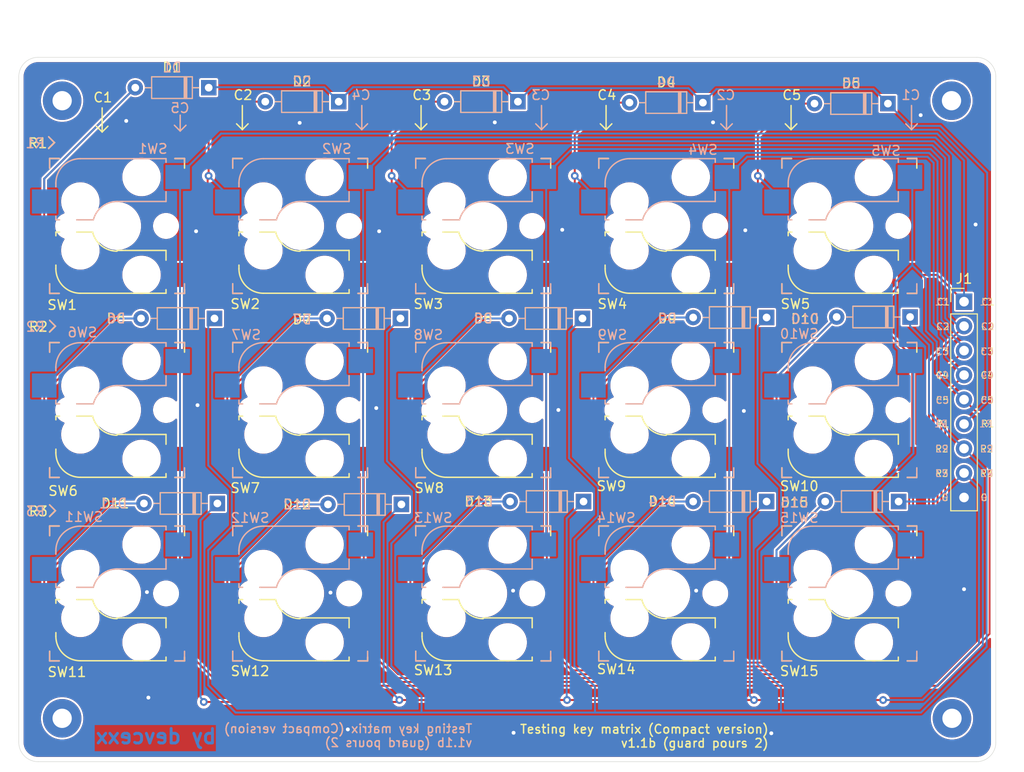
<source format=kicad_pcb>
(kicad_pcb (version 20241229) (generator "pcbnew") (generator_version "9.0")
  (layers (0 "F.Cu" signal) (2 "B.Cu" signal) (13 "F.Paste" user) (15 "B.Paste" user) (5 "F.SilkS" user "F.Silkscreen") (7 "B.SilkS" user "B.Silkscreen") (1 "F.Mask" user) (3 "B.Mask" user) (25 "Edge.Cuts" user))
  (net 0 "")
  (net 1 "Net-(D1-A)")
  (net 2 "row1")
  (net 3 "Net-(D2-A)")
  (net 4 "Net-(D3-A)")
  (net 5 "Net-(D4-A)")
  (net 6 "Net-(D5-A)")
  (net 7 "row2")
  (net 8 "Net-(D6-A)")
  (net 9 "Net-(D7-A)")
  (net 10 "Net-(D8-A)")
  (net 11 "Net-(D9-A)")
  (net 12 "Net-(D10-A)")
  (net 13 "Net-(D11-A)")
  (net 14 "row3")
  (net 15 "Net-(D12-A)")
  (net 16 "Net-(D13-A)")
  (net 17 "Net-(D14-A)")
  (net 18 "Net-(D15-A)")
  (net 19 "col3")
  (net 20 "col5")
  (net 21 "col1")
  (net 22 "col2")
  (net 23 "col4")
  (net 24 "GND")
  (footprint "TestingSplitKb:D_DO-35_SOD27_P7.62mm_Horizontal_BothSides" (layer "F.Cu") (at 170 37.3 180)
    (property "Reference" "D5")
    (property "Value" "1N4148")
  )
  (footprint "" (layer "F.Cu") (at 84.3 101.1 90)
    (property "Reference" "")
    (property "Value" "")
  )
  (footprint "TestingSplitKb:Kailh_socket_MX_reversible" (layer "F.Cu") (at 90 88.14)
    (property "Reference" "SW11")
    (property "Value" "SW_Push_Dual")
  )
  (footprint "TestingSplitKb:Kailh_socket_MX_reversible" (layer "F.Cu") (at 166 88.14)
    (property "Reference" "SW15")
    (property "Value" "SW_Push_Dual")
  )
  (footprint "TestingSplitKb:Kailh_socket_MX_reversible" (layer "F.Cu") (at 90 50)
    (property "Reference" "SW1")
    (property "Value" "SW_Push_Dual")
  )
  (footprint "TestingSplitKb:Kailh_socket_MX_reversible" (layer "F.Cu") (at 166 50)
    (property "Reference" "SW5")
    (property "Value" "SW_Push_Dual")
  )
  (footprint "TestingSplitKb:Kailh_socket_MX_reversible" (layer "F.Cu") (at 109 50)
    (property "Reference" "SW2")
    (property "Value" "SW_Push_Dual")
  )
  (footprint "TestingSplitKb:D_DO-35_SOD27_P7.62mm_Horizontal_BothSides" (layer "F.Cu") (at 100.11 59.6 180)
    (property "Reference" "D6")
    (property "Value" "1N4148")
  )
  (footprint "TestingSplitKb:D_DO-35_SOD27_P7.62mm_Horizontal_BothSides" (layer "F.Cu") (at 119.41 59.6 180)
    (property "Reference" "D7")
    (property "Value" "1N4148")
  )
  (footprint "TestingSplitKb:D_DO-35_SOD27_P7.62mm_Horizontal_BothSides" (layer "F.Cu") (at 157.41 78.6 180)
    (property "Reference" "D14")
    (property "Value" "1N4148")
  )
  (footprint "TestingSplitKb:Kailh_socket_MX_reversible" (layer "F.Cu") (at 147 69.1)
    (property "Reference" "SW9")
    (property "Value" "SW_Push_Dual")
  )
  (footprint "TestingSplitKb:Kailh_socket_MX_reversible" (layer "F.Cu") (at 147 88.14)
    (property "Reference" "SW14")
    (property "Value" "SW_Push_Dual")
  )
  (footprint "TestingSplitKb:D_DO-35_SOD27_P7.62mm_Horizontal_BothSides" (layer "F.Cu") (at 150.8 37.2 180)
    (property "Reference" "D4")
    (property "Value" "1N4148")
  )
  (footprint "TestingSplitKb:D_DO-35_SOD27_P7.62mm_Horizontal_BothSides" (layer "F.Cu") (at 138.3 59.6 180)
    (property "Reference" "D8")
    (property "Value" "1N4148")
  )
  (footprint "TestingSplitKb:Kailh_socket_MX_reversible" (layer "F.Cu") (at 147 50)
    (property "Reference" "SW4")
    (property "Value" "SW_Push_Dual")
  )
  (footprint "TestingSplitKb:Kailh_socket_MX_reversible" (layer "F.Cu") (at 90 69.1)
    (property "Reference" "SW6")
    (property "Value" "SW_Push_Dual")
  )
  (footprint "TestingSplitKb:D_DO-35_SOD27_P7.62mm_Horizontal_BothSides" (layer "F.Cu") (at 157.41 59.5 180)
    (property "Reference" "D9")
    (property "Value" "1N4148")
  )
  (footprint "TestingSplitKb:Kailh_socket_MX_reversible" (layer "F.Cu") (at 128 69.1)
    (property "Reference" "SW8")
    (property "Value" "SW_Push_Dual")
  )
  (footprint "TestingSplitKb:Kailh_socket_MX_reversible" (layer "F.Cu") (at 109 69.1)
    (property "Reference" "SW7")
    (property "Value" "SW_Push_Dual")
  )
  (footprint "" (layer "F.Cu") (at 176.6 37)
    (property "Reference" "")
    (property "Value" "")
  )
  (footprint "TestingSplitKb:Kailh_socket_MX_reversible" (layer "F.Cu") (at 166 69.1)
    (property "Reference" "SW10")
    (property "Value" "SW_Push_Dual")
  )
  (footprint "" (layer "F.Cu") (at 176.65 101.1 180)
    (property "Reference" "")
    (property "Value" "")
  )
  (footprint "TestingSplitKb:D_DO-35_SOD27_P7.62mm_Horizontal_BothSides" (layer "F.Cu") (at 131.6 37.1 180)
    (property "Reference" "D3")
    (property "Value" "1N4148")
  )
  (footprint "TestingSplitKb:D_DO-35_SOD27_P7.62mm_Horizontal_BothSides" (layer "F.Cu") (at 119.51 78.9 180)
    (property "Reference" "D12")
    (property "Value" "1N4148")
  )
  (footprint "" (layer "F.Cu") (at 84.3 37 90)
    (property "Reference" "")
    (property "Value" "")
  )
  (footprint "Connector_PinHeader_2.54mm:PinHeader_1x09_P2.54mm_Vertical" (layer "F.Cu") (at 177.9 57.86)
    (property "Reference" "J1")
    (property "Value" "Conn_01x09_Pin")
  )
  (footprint "TestingSplitKb:Kailh_socket_MX_reversible" (layer "F.Cu") (at 128 88.14)
    (property "Reference" "SW13")
    (property "Value" "SW_Push_Dual")
  )
  (footprint "TestingSplitKb:D_DO-35_SOD27_P7.62mm_Horizontal_BothSides" (layer "F.Cu") (at 100.41 78.8 180)
    (property "Reference" "D11")
    (property "Value" "1N4148")
  )
  (footprint "TestingSplitKb:D_DO-35_SOD27_P7.62mm_Horizontal_BothSides" (layer "F.Cu") (at 99.51 35.65 180)
    (property "Reference" "D1")
    (property "Value" "1N4148")
  )
  (footprint "TestingSplitKb:D_DO-35_SOD27_P7.62mm_Horizontal_BothSides" (layer "F.Cu") (at 171.11 78.6 180)
    (property "Reference" "D15")
    (property "Value" "1N4148")
  )
  (footprint "TestingSplitKb:Kailh_socket_MX_reversible" (layer "F.Cu") (at 109 88.14)
    (property "Reference" "SW12")
    (property "Value" "SW_Push_Dual")
  )
  (footprint "TestingSplitKb:D_DO-35_SOD27_P7.62mm_Horizontal_BothSides" (layer "F.Cu") (at 138.41 78.6 180)
    (property "Reference" "D13")
    (property "Value" "1N4148")
  )
  (footprint "TestingSplitKb:D_DO-35_SOD27_P7.62mm_Horizontal_BothSides" (layer "F.Cu") (at 113 37.1 180)
    (property "Reference" "D2")
    (property "Value" "1N4148")
  )
  (footprint "TestingSplitKb:D_DO-35_SOD27_P7.62mm_Horizontal_BothSides" (layer "F.Cu") (at 172.3 59.45 180)
    (property "Reference" "D10")
    (property "Value" "1N4148")
  )
  (footprint "TestingSplitKb:Kailh_socket_MX_reversible" (layer "F.Cu") (at 128 50)
    (property "Reference" "SW3")
    (property "Value" "SW_Push_Dual")
  )
  (gr_line (start 140.75 37.5) (end 140.75 40) (stroke (width 0.15)) (layer "F.SilkS"))
  (gr_line (start 88.45 37.75) (end 88.45 40.25) (stroke (width 0.15)) (layer "F.SilkS"))
  (gr_line (start 140.75 40) (end 141.35 39.4) (stroke (width 0.15)) (layer "F.SilkS"))
  (gr_line (start 140.75 40) (end 140.15 39.4) (stroke (width 0.15)) (layer "F.SilkS"))
  (gr_line (start 120.95 39.4) (end 121.55 40) (stroke (width 0.15)) (layer "F.SilkS"))
  (gr_line (start 82.9 41.95) (end 83.5 41.35) (stroke (width 0.15)) (layer "F.SilkS"))
  (gr_line (start 83 80.15) (end 83.6 79.55) (stroke (width 0.15)) (layer "F.SilkS"))
  (gr_line (start 82.9 41.95) (end 83.5 41.35) (stroke (width 0.15)) (layer "F.SilkS"))
  (gr_line (start 83.5 41.35) (end 82.9 41.95) (stroke (width 0.15)) (layer "F.SilkS"))
  (gr_line (start 83 61) (end 83.6 60.4) (stroke (width 0.15)) (layer "F.SilkS"))
  (gr_line (start 121.55 40) (end 122.15 39.4) (stroke (width 0.15)) (layer "F.SilkS"))
  (gr_line (start 88.45 40.25) (end 89.05 39.65) (stroke (width 0.15)) (layer "F.SilkS"))
  (gr_line (start 83.6 79.55) (end 83 80.15) (stroke (width 0.15)) (layer "F.SilkS"))
  (gr_line (start 83.6 79.55) (end 83 78.95) (stroke (width 0.15)) (layer "F.SilkS"))
  (gr_line (start 83.5 41.35) (end 82.9 40.75) (stroke (width 0.15)) (layer "F.SilkS"))
  (gr_line (start 83.5 41.35) (end 82.9 41.95) (stroke (width 0.15)) (layer "F.SilkS"))
  (gr_line (start 83.6 60.4) (end 83 59.8) (stroke (width 0.15)) (layer "F.SilkS"))
  (gr_line (start 83.6 60.4) (end 83 61) (stroke (width 0.15)) (layer "F.SilkS"))
  (gr_line (start 87.85 39.65) (end 88.45 40.25) (stroke (width 0.15)) (layer "F.SilkS"))
  (gr_line (start 83.6 60.4) (end 83 61) (stroke (width 0.15)) (layer "F.SilkS"))
  (gr_line (start 83.5 41.35) (end 82.9 41.95) (stroke (width 0.15)) (layer "F.SilkS"))
  (gr_line (start 159.35 39.4) (end 159.95 40) (stroke (width 0.15)) (layer "F.SilkS"))
  (gr_line (start 103 40) (end 103.6 39.4) (stroke (width 0.15)) (layer "F.SilkS"))
  (gr_line (start 83.6 79.55) (end 83 80.15) (stroke (width 0.15)) (layer "F.SilkS"))
  (gr_line (start 159.95 40) (end 160.55 39.4) (stroke (width 0.15)) (layer "F.SilkS"))
  (gr_line (start 102.4 39.4) (end 103 40) (stroke (width 0.15)) (layer "F.SilkS"))
  (gr_line (start 159.95 37.5) (end 159.95 40) (stroke (width 0.15)) (layer "F.SilkS"))
  (gr_line (start 103 37.5) (end 103 40) (stroke (width 0.15)) (layer "F.SilkS"))
  (gr_line (start 121.55 37.5) (end 121.55 40) (stroke (width 0.15)) (layer "F.SilkS"))
  (gr_line (start 172.45 37.5) (end 172.45 40) (stroke (width 0.15)) (layer "B.SilkS"))
  (gr_line (start 115.4 40) (end 116 39.4) (stroke (width 0.15)) (layer "B.SilkS"))
  (gr_line (start 152.65 39.4) (end 153.25 40) (stroke (width 0.15)) (layer "B.SilkS"))
  (gr_line (start 114.8 39.4) (end 115.4 40) (stroke (width 0.15)) (layer "B.SilkS"))
  (gr_line (start 83.6 60.4) (end 83 61) (stroke (width 0.15)) (layer "B.SilkS"))
  (gr_line (start 115.4 37.5) (end 115.4 40) (stroke (width 0.15)) (layer "B.SilkS"))
  (gr_line (start 83.6 60.4) (end 83 59.8) (stroke (width 0.15)) (layer "B.SilkS"))
  (gr_line (start 83.6 79.55) (end 83 78.95) (stroke (width 0.15)) (layer "B.SilkS"))
  (gr_line (start 153.25 37.5) (end 153.25 40) (stroke (width 0.15)) (layer "B.SilkS"))
  (gr_line (start 134.05 37.5) (end 134.05 40) (stroke (width 0.15)) (layer "B.SilkS"))
  (gr_line (start 96.55 40.15) (end 97.15 39.55) (stroke (width 0.15)) (layer "B.SilkS"))
  (gr_line (start 83.5 41.35) (end 82.9 40.75) (stroke (width 0.15)) (layer "B.SilkS"))
  (gr_line (start 96.55 38.5) (end 96.55 40.1) (stroke (width 0.15)) (layer "B.SilkS"))
  (gr_line (start 95.95 39.55) (end 96.55 40.15) (stroke (width 0.15)) (layer "B.SilkS"))
  (gr_line (start 172.45 40) (end 173.05 39.4) (stroke (width 0.15)) (layer "B.SilkS"))
  (gr_line (start 83.6 79.55) (end 83 80.15) (stroke (width 0.15)) (layer "B.SilkS"))
  (gr_line (start 83.5 41.35) (end 82.9 41.95) (stroke (width 0.15)) (layer "B.SilkS"))
  (gr_line (start 133.45 39.4) (end 134.05 40) (stroke (width 0.15)) (layer "B.SilkS"))
  (gr_line (start 171.85 39.4) (end 172.45 40) (stroke (width 0.15)) (layer "B.SilkS"))
  (gr_line (start 153.25 40) (end 153.85 39.4) (stroke (width 0.15)) (layer "B.SilkS"))
  (gr_line (start 134.05 40) (end 134.65 39.4) (stroke (width 0.15)) (layer "B.SilkS"))
  (gr_line (start 79.8 34.5) (end 79.800001 103.6) (stroke (width 0.05)) (layer "Edge.Cuts"))
  (gr_arc (start 79.8 34.5) (mid 80.385786 33.085786) (end 81.8 32.5) (stroke (width 0.05)) (layer "Edge.Cuts"))
  (gr_line (start 175.5 32.5) (end 179.2 32.5) (stroke (width 0.05)) (layer "Edge.Cuts"))
  (gr_arc (start 81.8 105.6) (mid 80.385787 105.014214) (end 79.800001 103.600001) (stroke (width 0.05)) (layer "Edge.Cuts"))
  (gr_line (start 81.8 32.5) (end 175.5 32.5) (stroke (width 0.05)) (layer "Edge.Cuts"))
  (gr_line (start 181.2 34.5) (end 181.2 103.6) (stroke (width 0.05)) (layer "Edge.Cuts"))
  (gr_arc (start 181.2 103.6) (mid 180.614214 105.014214) (end 179.2 105.6) (stroke (width 0.05)) (layer "Edge.Cuts"))
  (gr_line (start 81.8 105.6) (end 179.2 105.6) (stroke (width 0.05)) (layer "Edge.Cuts"))
  (gr_arc (start 179.2 32.5) (mid 180.614214 33.085786) (end 181.200001 34.499999) (stroke (width 0.05)) (layer "Edge.Cuts"))
  (gr_text "by devcexx" (at 158.8 103.85 0) (layer "F.Cu") (effects (font (size 1.5 1.5) (thickness 0.3) (bold yes)) (justify left bottom)))
  (gr_text "by devcexx" (at 100.45 102.1 0) (layer "B.Cu") (effects (font (size 1.5 1.5) (thickness 0.3) (bold yes)) (justify left top mirror)))
  (gr_text "C2" (at 179.6 60.85 0) (layer "F.SilkS") (effects (font (size 0.7 0.7) (thickness 0.1)) (justify left bottom)))
  (gr_text "C1" (at 87.45 37.25 0) (layer "F.SilkS") (effects (font (size 1 1)) (justify left bottom)))
  (gr_text "R2" (at 80.75 61.05 0) (layer "F.SilkS") (effects (font (size 1 1)) (justify left bottom)))
  (gr_text "R3" (at 80.75 80.2 0) (layer "F.SilkS") (effects (font (size 1 1)) (justify left bottom)))
  (gr_text "Testing key matrix (Compact version)\nv1.1b (guard pours 2)" (at 157.7 104.2 0) (layer "F.SilkS") (effects (font (size 0.9 0.9)) (justify right bottom)))
  (gr_text "C2" (at 174.95 60.85 0) (layer "F.SilkS") (effects (font (size 0.7 0.7) (thickness 0.1)) (justify left bottom)))
  (gr_text "C5" (at 179.55 68.5 0) (layer "F.SilkS") (effects (font (size 0.7 0.7) (thickness 0.1)) (justify left bottom)))
  (gr_text "R1" (at 80.7 42 0) (layer "F.SilkS") (effects (font (size 1 1)) (justify left bottom)))
  (gr_text "R2" (at 174.85 73.55 0) (layer "F.SilkS") (effects (font (size 0.7 0.7) (thickness 0.1)) (justify left bottom)))
  (gr_text "R3" (at 174.85 76.1 0) (layer "F.SilkS") (effects (font (size 0.7 0.7) (thickness 0.1)) (justify left bottom)))
  (gr_text "C3" (at 120.55 37 0) (layer "F.SilkS") (effects (font (size 1 1)) (justify left bottom)))
  (gr_text "R1" (at 179.6 70.95 0) (layer "F.SilkS") (effects (font (size 0.7 0.7) (thickness 0.1)) (justify left bottom)))
  (gr_text "C1" (at 175 58.3 0) (layer "F.SilkS") (effects (font (size 0.7 0.7) (thickness 0.1)) (justify left bottom)))
  (gr_text "C5" (at 158.95 37 0) (layer "F.SilkS") (effects (font (size 1 1)) (justify left bottom)))
  (gr_text "C3" (at 179.55 63.45 0) (layer "F.SilkS") (effects (font (size 0.7 0.7) (thickness 0.1)) (justify left bottom)))
  (gr_text "C1" (at 179.65 58.3 0) (layer "F.SilkS") (effects (font (size 0.7 0.7) (thickness 0.1)) (justify left bottom)))
  (gr_text "C3" (at 174.9 63.45 0) (layer "F.SilkS") (effects (font (size 0.7 0.7) (thickness 0.1)) (justify left bottom)))
  (gr_text "C4" (at 174.9 65.9 0) (layer "F.SilkS") (effects (font (size 0.7 0.7) (thickness 0.1)) (justify left bottom)))
  (gr_text "R3" (at 179.5 76.1 0) (layer "F.SilkS") (effects (font (size 0.7 0.7) (thickness 0.1)) (justify left bottom)))
  (gr_text "R2" (at 179.5 73.55 0) (layer "F.SilkS") (effects (font (size 0.7 0.7) (thickness 0.1)) (justify left bottom)))
  (gr_text "R1" (at 174.95 70.95 0) (layer "F.SilkS") (effects (font (size 0.7 0.7) (thickness 0.1)) (justify left bottom)))
  (gr_text "C5" (at 174.9 68.5 0) (layer "F.SilkS") (effects (font (size 0.7 0.7) (thickness 0.1)) (justify left bottom)))
  (gr_text "G" (at 175.5 78.6 0) (layer "F.SilkS") (effects (font (size 0.7 0.7) (thickness 0.1)) (justify left bottom)))
  (gr_text "G" (at 179.55 78.6 0) (layer "F.SilkS") (effects (font (size 0.7 0.7) (thickness 0.1)) (justify left bottom)))
  (gr_text "C4" (at 179.55 65.9 0) (layer "F.SilkS") (effects (font (size 0.7 0.7) (thickness 0.1)) (justify left bottom)))
  (gr_text "C4" (at 139.75 37 0) (layer "F.SilkS") (effects (font (size 1 1)) (justify left bottom)))
  (gr_text "C2" (at 102 37 0) (layer "F.SilkS") (effects (font (size 1 1)) (justify left bottom)))
  (gr_text "R1" (at 82.55 42 0) (layer "B.SilkS") (effects (font (size 1 1)) (justify left bottom mirror)))
  (gr_text "G" (at 176.35 78.6 0) (layer "B.SilkS") (effects (font (size 0.7 0.7) (thickness 0.1)) (justify left bottom mirror)))
  (gr_text "C1" (at 173.45 37 0) (layer "B.SilkS") (effects (font (size 1 1)) (justify left bottom mirror)))
  (gr_text "R3" (at 181 76.1 0) (layer "B.SilkS") (effects (font (size 0.7 0.7) (thickness 0.1)) (justify left bottom mirror)))
  (gr_text "C4" (at 181.05 65.9 0) (layer "B.SilkS") (effects (font (size 0.7 0.7) (thickness 0.1)) (justify left bottom mirror)))
  (gr_text "R2" (at 82.6 61.05 0) (layer "B.SilkS") (effects (font (size 1 1)) (justify left bottom mirror)))
  (gr_text "C5" (at 176.4 68.5 0) (layer "B.SilkS") (effects (font (size 0.7 0.7) (thickness 0.1)) (justify left bottom mirror)))
  (gr_text "R3" (at 176.35 76.1 0) (layer "B.SilkS") (effects (font (size 0.7 0.7) (thickness 0.1)) (justify left bottom mirror)))
  (gr_text "C3" (at 181.05 63.45 0) (layer "B.SilkS") (effects (font (size 0.7 0.7) (thickness 0.1)) (justify left bottom mirror)))
  (gr_text "R1" (at 180.9 70.95 0) (layer "B.SilkS") (effects (font (size 0.7 0.7) (thickness 0.1)) (justify left bottom mirror)))
  (gr_text "C1" (at 180.95 58.3 0) (layer "B.SilkS") (effects (font (size 0.7 0.7) (thickness 0.1)) (justify left bottom mirror)))
  (gr_text "G" (at 180.4 78.6 0) (layer "B.SilkS") (effects (font (size 0.7 0.7) (thickness 0.1)) (justify left bottom mirror)))
  (gr_text "C4" (at 176.4 65.9 0) (layer "B.SilkS") (effects (font (size 0.7 0.7) (thickness 0.1)) (justify left bottom mirror)))
  (gr_text "C5" (at 181.05 68.5 0) (layer "B.SilkS") (effects (font (size 0.7 0.7) (thickness 0.1)) (justify left bottom mirror)))
  (gr_text "C4" (at 116.4 37 0) (layer "B.SilkS") (effects (font (size 1 1)) (justify left bottom mirror)))
  (gr_text "Testing key matrix (Compact version)\nv1.1b (guard pours 2)" (at 126.95 104.15 0) (layer "B.SilkS") (effects (font (size 0.9 0.9)) (justify left bottom mirror)))
  (gr_text "R1" (at 176.25 70.95 0) (layer "B.SilkS") (effects (font (size 0.7 0.7) (thickness 0.1)) (justify left bottom mirror)))
  (gr_text "R2" (at 176.35 73.55 0) (layer "B.SilkS") (effects (font (size 0.7 0.7) (thickness 0.1)) (justify left bottom mirror)))
  (gr_text "C3" (at 135.05 37 0) (layer "B.SilkS") (effects (font (size 1 1)) (justify left bottom mirror)))
  (gr_text "C3" (at 176.4 63.45 0) (layer "B.SilkS") (effects (font (size 0.7 0.7) (thickness 0.1)) (justify left bottom mirror)))
  (gr_text "C2" (at 154.25 37 0) (layer "B.SilkS") (effects (font (size 1 1)) (justify left bottom mirror)))
  (gr_text "R2" (at 181 73.55 0) (layer "B.SilkS") (effects (font (size 0.7 0.7) (thickness 0.1)) (justify left bottom mirror)))
  (gr_text "C1" (at 176.3 58.3 0) (layer "B.SilkS") (effects (font (size 0.7 0.7) (thickness 0.1)) (justify left bottom mirror)))
  (gr_text "C2" (at 181.1 60.85 0) (layer "B.SilkS") (effects (font (size 0.7 0.7) (thickness 0.1)) (justify left bottom mirror)))
  (gr_text "C2" (at 176.45 60.85 0) (layer "B.SilkS") (effects (font (size 0.7 0.7) (thickness 0.1)) (justify left bottom mirror)))
  (gr_text "C5" (at 97.6 38.35 0) (layer "B.SilkS") (effects (font (size 1 1)) (justify left bottom mirror)))
  (gr_text "R3" (at 82.6 80.2 0) (layer "B.SilkS") (effects (font (size 1 1)) (justify left bottom mirror)))
  (segment (start 82.44 45.1) (end 91.89 35.65) (width 0.2) (layer "F.Cu") (net 1))
  (segment (start 82.44 52.54) (end 82.44 45.1) (width 0.2) (layer "F.Cu") (net 1))
  (segment (start 82.44 45.1) (end 91.89 35.65) (width 0.2) (layer "B.Cu") (net 1))
  (segment (start 82.44 47.46) (end 82.44 45.1) (width 0.2) (layer "B.Cu") (net 1))
  (segment (start 149.299 35.699) (end 150.8 37.2) (width 0.2) (layer "B.Cu") (net 2))
  (segment (start 168.499 35.799) (end 170 37.3) (width 0.2) (layer "B.Cu") (net 2))
  (segment (start 133.001 35.699) (end 149.299 35.699) (width 0.2) (layer "B.Cu") (net 2))
  (segment (start 180.3 44.471857) (end 180.3 68.16) (width 0.2) (layer "B.Cu") (net 2))
  (segment (start 152.201 35.799) (end 168.499 35.799) (width 0.2) (layer "B.Cu") (net 2))
  (segment (start 130.099 35.599) (end 131.6 37.1) (width 0.2) (layer "B.Cu") (net 2))
  (segment (start 113 37.1) (end 114.501 35.599) (width 0.2) (layer "B.Cu") (net 2))
  (segment (start 111.499 35.599) (end 99.561 35.599) (width 0.2) (layer "B.Cu") (net 2))
  (segment (start 99.561 35.599) (end 99.51 35.65) (width 0.2) (layer "B.Cu") (net 2))
  (segment (start 180.3 68.16) (end 177.9 70.56) (width 0.2) (layer "B.Cu") (net 2))
  (segment (start 131.6 37.1) (end 133.001 35.699) (width 0.2) (layer "B.Cu") (net 2))
  (segment (start 175.443143 39.615) (end 180.3 44.471857) (width 0.2) (layer "B.Cu") (net 2))
  (segment (start 114.501 35.599) (end 130.099 35.599) (width 0.2) (layer "B.Cu") (net 2))
  (segment (start 170 37.3) (end 172.315 39.615) (width 0.2) (layer "B.Cu") (net 2))
  (segment (start 113 37.1) (end 111.499 35.599) (width 0.2) (layer "B.Cu") (net 2))
  (segment (start 172.315 39.615) (end 175.443143 39.615) (width 0.2) (layer "B.Cu") (net 2))
  (segment (start 150.8 37.2) (end 152.201 35.799) (width 0.2) (layer "B.Cu") (net 2))
  (segment (start 99.4 50.5) (end 99.4 44.9) (width 0.2) (layer "F.Cu") (net 3))
  (segment (start 99.4 44.9) (end 99.5 44.8) (width 0.2) (layer "F.Cu") (net 3))
  (segment (start 102.9 37.1) (end 105.38 37.1) (width 0.2) (layer "F.Cu") (net 3))
  (segment (start 99.5 44.8) (end 99.5 40.5) (width 0.2) (layer "F.Cu") (net 3))
  (segment (start 99.5 40.5) (end 102.9 37.1) (width 0.2) (layer "F.Cu") (net 3))
  (segment (start 101.44 52.54) (end 99.4 50.5) (width 0.2) (layer "F.Cu") (net 3))
  (via (at 99.5 44.8) (size 0.8) (drill 0.4) (layers "F.Cu" "B.Cu") (net 3))
  (segment (start 101.44 47.46) (end 101.44 46.74) (width 0.2) (layer "B.Cu") (net 3))
  (segment (start 101.44 46.74) (end 99.5 44.8) (width 0.2) (layer "B.Cu") (net 3))
  (segment (start 122 37.1) (end 123.98 37.1) (width 0.2) (layer "F.Cu") (net 4))
  (segment (start 120.14 52.54) (end 118.5 50.9) (width 0.2) (layer "F.Cu") (net 4))
  (segment (start 120.44 52.54) (end 120.14 52.54) (width 0.2) (layer "F.Cu") (net 4))
  (segment (start 118.5 50.9) (end 118.5 44.8) (width 0.2) (layer "F.Cu") (net 4))
  (segment (start 118.5 40.6) (end 122 37.1) (width 0.2) (layer "F.Cu") (net 4))
  (segment (start 118.5 44.8) (end 118.5 40.6) (width 0.2) (layer "F.Cu") (net 4))
  (via (at 118.5 44.8) (size 0.8) (drill 0.4) (layers "F.Cu" "B.Cu") (net 4))
  (segment (start 120.44 47.46) (end 120.44 46.74) (width 0.2) (layer "B.Cu") (net 4))
  (segment (start 120.44 46.74) (end 118.5 44.8) (width 0.2) (layer "B.Cu") (net 4))
  (segment (start 137.5 40.5) (end 140.8 37.2) (width 0.2) (layer "F.Cu") (net 5))
  (segment (start 137.5 50.6) (end 137.5 44.8) (width 0.2) (layer "F.Cu") (net 5))
  (segment (start 137.5 44.8) (end 137.5 40.5) (width 0.2) (layer "F.Cu") (net 5))
  (segment (start 139.44 52.54) (end 137.5 50.6) (width 0.2) (layer "F.Cu") (net 5))
  (segment (start 140.8 37.2) (end 143.18 37.2) (width 0.2) (layer "F.Cu") (net 5))
  (via (at 137.5 44.8) (size 0.8) (drill 0.4) (layers "F.Cu" "B.Cu") (net 5))
  (segment (start 139.44 47.46) (end 139.44 46.74) (width 0.2) (layer "B.Cu") (net 5))
  (segment (start 139.44 46.74) (end 137.5 44.8) (width 0.2) (layer "B.Cu") (net 5))
  (segment (start 158.44 52.54) (end 156.5 50.6) (width 0.2) (layer "F.Cu") (net 6))
  (segment (start 159.8 37.3) (end 162.38 37.3) (width 0.2) (layer "F.Cu") (net 6))
  (segment (start 156.5 40.6) (end 159.8 37.3) (width 0.2) (layer "F.Cu") (net 6))
  (segment (start 156.5 44.8) (end 156.5 40.6) (width 0.2) (layer "F.Cu") (net 6))
  (segment (start 156.5 50.6) (end 156.5 44.8) (width 0.2) (layer "F.Cu") (net 6))
  (via (at 156.5 44.8) (size 0.8) (drill 0.4) (layers "F.Cu" "B.Cu") (net 6))
  (segment (start 158.44 47.46) (end 158.44 46.74) (width 0.2) (layer "B.Cu") (net 6))
  (segment (start 158.44 46.74) (end 156.5 44.8) (width 0.2) (layer "B.Cu") (net 6))
  (segment (start 99.464 83.649) (end 99.464 97.664) (width 0.2) (layer "B.Cu") (net 7))
  (segment (start 158.9 97.9) (end 158.9 100.501) (width 0.2) (layer "B.Cu") (net 7))
  (segment (start 99.464 60.246) (end 99.464 74.852) (width 0.2) (layer "B.Cu") (net 7))
  (segment (start 119.41 59.6) (end 118.009 61.001) (width 0.2) (layer "B.Cu") (net 7))
  (segment (start 139.911 77.099) (end 139.911 80.101) (width 0.2) (layer "B.Cu") (net 7))
  (segment (start 121.011 77.399) (end 121.011 80.401) (width 0.2) (layer "B.Cu") (net 7))
  (segment (start 118.009 74.397) (end 121.011 77.399) (width 0.2) (layer "B.Cu") (net 7))
  (segment (start 156.464 60.446) (end 156.464 74.652) (width 0.2) (layer "B.Cu") (net 7))
  (segment (start 118.464 83) (end 118.464 95.664) (width 0.2) (layer "B.Cu") (net 7))
  (segment (start 100.11 59.6) (end 99.864 59.846) (width 0.2) (layer "B.Cu") (net 7))
  (segment (start 136.909 60.991) (end 136.909 74.097) (width 0.2) (layer "B.Cu") (net 7))
  (segment (start 118.009 61.001) (end 118.009 74.397) (width 0.2) (layer "B.Cu") (net 7))
  (segment (start 99.464 74.852) (end 101.911 77.299) (width 0.2) (layer "B.Cu") (net 7))
  (segment (start 156.464 83.649) (end 156.464 95.464) (width 0.2) (layer "B.Cu") (net 7))
  (segment (start 139.6 97.8) (end 139.6 100.501) (width 0.2) (layer "B.Cu") (net 7))
  (segment (start 100.11 59.6) (end 99.464 60.246) (width 0.2) (layer "B.Cu") (net 7))
  (segment (start 101.911 77.299) (end 101.911 81.202) (width 0.2) (layer "B.Cu") (net 7))
  (segment (start 139.911 80.101) (end 137.464 82.548) (width 0.2) (layer "B.Cu") (net 7))
  (segment (start 174.266 62.357803) (end 172.3 60.391802) (width 0.2) (layer "B.Cu") (net 7))
  (segment (start 121.011 80.401) (end 118.464 82.948) (width 0.2) (layer "B.Cu") (net 7))
  (segment (start 118.464 82.948) (end 118.464 83) (width 0.2) (layer "B.Cu") (net 7))
  (segment (start 118.464 95.664) (end 121.6 98.8) (width 0.2) (layer "B.Cu") (net 7))
  (segment (start 178.882209 95.048) (end 173.429209 100.501) (width 0.2) (layer "B.Cu") (net 7))
  (segment (start 156.464 95.464) (end 158.9 97.9) (width 0.2) (layer "B.Cu") (net 7))
  (segment (start 121.6 100.501) (end 139.6 100.501) (width 0.2) (layer "B.Cu") (net 7))
  (segment (start 174.266 69.466) (end 177.9 73.1) (width 0.2) (layer "B.Cu") (net 7))
  (segment (start 180.252 93.681785) (end 178.885785 95.048) (width 0.2) (layer "B.Cu") (net 7))
  (segment (start 99.464 97.664) (end 102.301 100.501) (width 0.2) (layer "B.Cu") (net 7))
  (segment (start 139.6 100.501) (end 158.9 100.501) (width 0.2) (layer "B.Cu") (net 7))
  (segment (start 158.911 77.099) (end 158.911 81.202) (width 0.2) (layer "B.Cu") (net 7))
  (segment (start 178.885785 95.048) (end 178.882209 95.048) (width 0.2) (layer "B.Cu") (net 7))
  (segment (start 137.464 95.664) (end 139.6 97.8) (width 0.2) (layer "B.Cu") (net 7))
  (segment (start 172.3 60.391802) (end 172.3 59.45) (width 0.2) (layer "B.Cu") (net 7))
  (segment (start 177.9 73.1) (end 180.252 75.452) (width 0.2) (layer "B.Cu") (net 7))
  (segment (start 158.911 81.202) (end 156.464 83.649) (width 0.2) (layer "B.Cu") (net 7))
  (segment (start 156.464 74.652) (end 158.911 77.099) (width 0.2) (layer "B.Cu") (net 7))
  (segment (start 138.3 59.6) (end 136.909 60.991) (width 0.2) (layer "B.Cu") (net 7))
  (segment (start 121.6 98.8) (end 121.6 100.501) (width 0.2) (layer "B.Cu") (net 7))
  (segment (start 101.911 81.202) (end 99.464 83.649) (width 0.2) (layer "B.Cu") (net 7))
  (segment (start 136.909 74.097) (end 139.911 77.099) (width 0.2) (layer "B.Cu") (net 7))
  (segment (start 102.301 100.501) (end 121.6 100.501) (width 0.2) (layer "B.Cu") (net 7))
  (segment (start 137.464 82.548) (end 137.464 95.664) (width 0.2) (layer "B.Cu") (net 7))
  (segment (start 173.429209 100.501) (end 158.9 100.501) (width 0.2) (layer "B.Cu") (net 7))
  (segment (start 180.252 75.452) (end 180.252 93.681785) (width 0.2) (layer "B.Cu") (net 7))
  (segment (start 157.41 59.5) (end 156.464 60.446) (width 0.2) (layer "B.Cu") (net 7))
  (segment (start 174.266 62.357803) (end 174.266 69.466) (width 0.2) (layer "B.Cu") (net 7))
  (segment (start 119.41 59.6) (end 118.864 60.146) (width 0.2) (layer "B.Cu") (net 7))
  (segment (start 82.44 67.338737) (end 90.178737 59.6) (width 0.2) (layer "F.Cu") (net 8))
  (segment (start 90.178737 59.6) (end 92.49 59.6) (width 0.2) (layer "F.Cu") (net 8))
  (segment (start 82.44 71.64) (end 82.44 67.338737) (width 0.2) (layer "F.Cu") (net 8))
  (segment (start 82.44 66.56) (end 89.4 59.6) (width 0.2) (layer "B.Cu") (net 8))
  (segment (start 89.4 59.6) (end 92.49 59.6) (width 0.2) (layer "B.Cu") (net 8))
  (segment (start 109.178737 59.6) (end 111.79 59.6) (width 0.2) (layer "F.Cu") (net 9))
  (segment (start 101.44 71.64) (end 101.44 67.338737) (width 0.2) (layer "F.Cu") (net 9))
  (segment (start 101.44 67.338737) (end 109.178737 59.6) (width 0.2) (layer "F.Cu") (net 9))
  (segment (start 108.4 59.6) (end 111.79 59.6) (width 0.2) (layer "B.Cu") (net 9))
  (segment (start 101.44 66.56) (end 108.4 59.6) (width 0.2) (layer "B.Cu") (net 9))
  (segment (start 120.44 71.64) (end 120.44 67.338737) (width 0.2) (layer "F.Cu") (net 10))
  (segment (start 128.178737 59.6) (end 130.68 59.6) (width 0.2) (layer "F.Cu") (net 10))
  (segment (start 120.44 67.338737) (end 128.178737 59.6) (width 0.2) (layer "F.Cu") (net 10))
  (segment (start 127.4 59.6) (end 130.68 59.6) (width 0.2) (layer "B.Cu") (net 10))
  (segment (start 120.44 66.56) (end 127.4 59.6) (width 0.2) (layer "B.Cu") (net 10))
  (segment (start 147.278737 59.5) (end 149.79 59.5) (width 0.2) (layer "F.Cu") (net 11))
  (segment (start 139.44 71.64) (end 139.44 67.338737) (width 0.2) (layer "F.Cu") (net 11))
  (segment (start 139.44 67.338737) (end 147.278737 59.5) (width 0.2) (layer "F.Cu") (net 11))
  (segment (start 139.44 66.56) (end 146.5 59.5) (width 0.2) (layer "B.Cu") (net 11))
  (segment (start 146.5 59.5) (end 149.79 59.5) (width 0.2) (layer "B.Cu") (net 11))
  (segment (start 158.44 71.64) (end 158.44 65.69) (width 0.2) (layer "F.Cu") (net 12))
  (segment (start 158.44 65.69) (end 164.68 59.45) (width 0.2) (layer "F.Cu") (net 12))
  (segment (start 158.44 65.69) (end 164.68 59.45) (width 0.2) (layer "B.Cu") (net 12))
  (segment (start 158.44 66.56) (end 158.44 65.69) (width 0.2) (layer "B.Cu") (net 12))
  (segment (start 90.018737 78.8) (end 92.79 78.8) (width 0.2) (layer "F.Cu") (net 13))
  (segment (start 82.44 86.378737) (end 90.018737 78.8) (width 0.2) (layer "F.Cu") (net 13))
  (segment (start 82.44 90.68) (end 82.44 86.378737) (width 0.2) (layer "F.Cu") (net 13))
  (segment (start 82.44 85.6) (end 89.24 78.8) (width 0.2) (layer "B.Cu") (net 13))
  (segment (start 89.24 78.8) (end 92.79 78.8) (width 0.2) (layer "B.Cu") (net 13))
  (segment (start 156.1 99.2) (end 169.5 99.2) (width 0.2) (layer "F.Cu") (net 14))
  (segment (start 119.3 99.2) (end 136.7 99.2) (width 0.2) (layer "F.Cu") (net 14))
  (segment (start 119.1 99.4) (end 119.3 99.2) (width 0.2) (layer "F.Cu") (net 14))
  (segment (start 136.7 99.2) (end 156.1 99.2) (width 0.2) (layer "F.Cu") (net 14))
  (segment (start 99 99.4) (end 119.1 99.4) (width 0.2) (layer "F.Cu") (net 14))
  (via (at 99 99.4) (size 0.8) (drill 0.4) (layers "F.Cu" "B.Cu") (net 14))
  (via (at 156.1 99.2) (size 0.8) (drill 0.4) (layers "F.Cu" "B.Cu") (net 14))
  (via (at 119.3 99.2) (size 0.8) (drill 0.4) (layers "F.Cu" "B.Cu") (net 14))
  (via (at 169.5 99.2) (size 0.8) (drill 0.4) (layers "F.Cu" "B.Cu") (net 14))
  (via (at 136.7 99.2) (size 0.8) (drill 0.4) (layers "F.Cu" "B.Cu") (net 14))
  (segment (start 99 99.274) (end 99 99.4) (width 0.2) (layer "B.Cu") (net 14))
  (segment (start 117.663 80.747) (end 117.663 97.563) (width 0.2) (layer "B.Cu") (net 14))
  (segment (start 119.51 78.9) (end 117.663 80.747) (width 0.2) (layer "B.Cu") (net 14))
  (segment (start 98.663 80.547) (end 100.41 78.8) (width 0.2) (layer "B.Cu") (net 14))
  (segment (start 136.663 99.163) (end 136.7 99.2) (width 0.2) (layer "B.Cu") (net 14))
  (segment (start 138.41 78.6) (end 136.663 80.347) (width 0.2) (layer "B.Cu") (net 14))
  (segment (start 179.447424 93.35) (end 173.597423 99.2) (width 0.2) (layer "B.Cu") (net 14))
  (segment (start 117.663 97.563) (end 119.3 99.2) (width 0.2) (layer "B.Cu") (net 14))
  (segment (start 171.11 78.6) (end 174.94 78.6) (width 0.2) (layer "B.Cu") (net 14))
  (segment (start 173.597423 99.2) (end 169.5 99.2) (width 0.2) (layer "B.Cu") (net 14))
  (segment (start 136.663 80.347) (end 136.663 99.163) (width 0.2) (layer "B.Cu") (net 14))
  (segment (start 155.663 98.763) (end 156.1 99.2) (width 0.2) (layer "B.Cu") (net 14))
  (segment (start 98.663 98.937) (end 98.663 80.547) (width 0.2) (layer "B.Cu") (net 14))
  (segment (start 179.451 93.35) (end 179.447424 93.35) (width 0.2) (layer "B.Cu") (net 14))
  (segment (start 100.41 78.8) (end 100.4 78.8) (width 0.2) (layer "B.Cu") (net 14))
  (segment (start 179.451 77.191) (end 179.451 93.35) (width 0.2) (layer "B.Cu") (net 14))
  (segment (start 98.663 98.937) (end 99 99.274) (width 0.2) (layer "B.Cu") (net 14))
  (segment (start 155.663 80.347) (end 155.663 98.763) (width 0.2) (layer "B.Cu") (net 14))
  (segment (start 157.41 78.6) (end 155.663 80.347) (width 0.2) (layer "B.Cu") (net 14))
  (segment (start 174.94 78.6) (end 177.9 75.64) (width 0.2) (layer "B.Cu") (net 14))
  (segment (start 177.9 75.64) (end 179.451 77.191) (width 0.2) (layer "B.Cu") (net 14))
  (segment (start 108.918737 78.9) (end 111.89 78.9) (width 0.2) (layer "F.Cu") (net 15))
  (segment (start 101.44 90.68) (end 101.44 86.378737) (width 0.2) (layer "F.Cu") (net 15))
  (segment (start 101.44 86.378737) (end 108.918737 78.9) (width 0.2) (layer "F.Cu") (net 15))
  (segment (start 108.14 78.9) (end 111.89 78.9) (width 0.2) (layer "B.Cu") (net 15))
  (segment (start 101.44 85.6) (end 108.14 78.9) (width 0.2) (layer "B.Cu") (net 15))
  (segment (start 128.218737 78.6) (end 130.59 78.6) (width 0.2) (layer "F.Cu") (net 16))
  (segment (start 120.44 90.68) (end 120.44 86.378737) (width 0.2) (layer "F.Cu") (net 16))
  (segment (start 120.44 86.378737) (end 128.218737 78.6) (width 0.2) (layer "F.Cu") (net 16))
  (segment (start 120.44 85.6) (end 127.44 78.6) (width 0.2) (layer "B.Cu") (net 16))
  (segment (start 127.44 78.6) (end 130.59 78.6) (width 0.2) (layer "B.Cu") (net 16))
  (segment (start 139.44 86.378737) (end 147.218737 78.6) (width 0.2) (layer "F.Cu") (net 17))
  (segment (start 139.44 90.68) (end 139.44 86.378737) (width 0.2) (layer "F.Cu") (net 17))
  (segment (start 147.218737 78.6) (end 149.79 78.6) (width 0.2) (layer "F.Cu") (net 17))
  (segment (start 146.44 78.6) (end 149.79 78.6) (width 0.2) (layer "B.Cu") (net 17))
  (segment (start 139.44 85.6) (end 146.44 78.6) (width 0.2) (layer "B.Cu") (net 17))
  (segment (start 158.44 90.68) (end 158.44 83.65) (width 0.2) (layer "F.Cu") (net 18))
  (segment (start 158.44 83.65) (end 163.49 78.6) (width 0.2) (layer "F.Cu") (net 18))
  (segment (start 158.44 83.65) (end 163.49 78.6) (width 0.2) (layer "B.Cu") (net 18))
  (segment (start 158.44 85.6) (end 158.44 83.65) (width 0.2) (layer "B.Cu") (net 18))
  (segment (start 137.192 96.122) (end 134.29 93.22) (width 0.2) (layer "F.Cu") (net 19))
  (segment (start 134.5319 55.3219) (end 134.5319 73.9381) (width 0.2) (layer "F.Cu") (net 19))
  (segment (start 175.15 95.419785) (end 174.447785 96.122) (width 0.2) (layer "F.Cu") (net 19))
  (segment (start 134.5319 73.9381) (end 134.29 74.18) (width 0.2) (layer "F.Cu") (net 19))
  (segment (start 177.9 62.94) (end 175.15 65.69) (width 0.2) (layer "F.Cu") (net 19))
  (segment (start 175.15 65.69) (end 175.15 95.419785) (width 0.2) (layer "F.Cu") (net 19))
  (segment (start 174.447785 96.122) (end 137.192 96.122) (width 0.2) (layer "F.Cu") (net 19))
  (segment (start 134.6 74.49) (end 134.6 92.91) (width 0.2) (layer "F.Cu") (net 19))
  (segment (start 134.29 74.18) (end 134.6 74.49) (width 0.2) (layer "F.Cu") (net 19))
  (segment (start 175.548 43.118214) (end 174.447785 42.018) (width 0.2) (layer "B.Cu") (net 19))
  (segment (start 175.548 59.742786) (end 175.548 43.118214) (width 0.2) (layer "B.Cu") (net 19))
  (segment (start 176.277607 60.971053) (end 176.277607 60.472393) (width 0.2) (layer "B.Cu") (net 19))
  (segment (start 177.9 62.593446) (end 176.277607 60.971053) (width 0.2) (layer "B.Cu") (net 19))
  (segment (start 177.9 62.94) (end 177.9 62.593446) (width 0.2) (layer "B.Cu") (net 19))
  (segment (start 134.5319 63.7781) (end 134.29 64.02) (width 0.2) (layer "B.Cu") (net 19))
  (segment (start 134.29 64.02) (end 134.5319 64.2619) (width 0.2) (layer "B.Cu") (net 19))
  (segment (start 134.5319 64.2619) (end 134.5319 82.8181) (width 0.2) (layer "B.Cu") (net 19))
  (segment (start 134.5319 82.8181) (end 134.29 83.06) (width 0.2) (layer "B.Cu") (net 19))
  (segment (start 176.277607 60.472393) (end 175.548 59.742786) (width 0.2) (layer "B.Cu") (net 19))
  (segment (start 137.192 42.018) (end 134.29 44.92) (width 0.2) (layer "B.Cu") (net 19))
  (segment (start 174.447785 42.018) (end 137.192 42.018) (width 0.2) (layer "B.Cu") (net 19))
  (segment (start 134.5319 45.1619) (end 134.5319 63.7781) (width 0.2) (layer "B.Cu") (net 19))
  (segment (start 96.5319 74.4219) (end 96.5319 92.9781) (width 0.2) (layer "F.Cu") (net 20))
  (segment (start 96.29 93.22) (end 100.794 97.724) (width 0.2) (layer "F.Cu") (net 20))
  (segment (start 96.29 74.18) (end 96.5319 74.4219) (width 0.2) (layer "F.Cu") (net 20))
  (segment (start 175.158786 97.724) (end 180.55 92.332786) (width 0.2) (layer "F.Cu") (net 20))
  (segment (start 96.5319 92.9781) (end 96.29 93.22) (width 0.2) (layer "F.Cu") (net 20))
  (segment (start 180.55 92.332786) (end 180.55 70.67) (width 0.2) (layer "F.Cu") (net 20))
  (segment (start 180.55 70.67) (end 177.9 68.02) (width 0.2) (layer "F.Cu") (net 20))
  (segment (start 100.794 97.724) (end 175.158786 97.724) (width 0.2) (layer "F.Cu") (net 20))
  (segment (start 96.5319 73.9381) (end 96.29 74.18) (width 0.2) (layer "F.Cu") (net 20))
  (segment (start 96.5319 55.3219) (end 96.5319 73.9381) (width 0.2) (layer "F.Cu") (net 20))
  (segment (start 168.6 79.37) (end 168.6 77.65) (width 0.2) (layer "B.Cu") (net 20))
  (segment (start 173.946001 60.905018) (end 173.946001 55.482201) (width 0.2) (layer "B.Cu") (net 20))
  (segment (start 175.067 62.026017) (end 173.946001 60.905018) (width 0.2) (layer "B.Cu") (net 20))
  (segment (start 170.799 62.529) (end 172.29 64.02) (width 0.2) (layer "B.Cu") (net 20))
  (segment (start 172.29 83.06) (end 168.6 79.37) (width 0.2) (layer "B.Cu") (net 20))
  (segment (start 172.5319 54.0681) (end 172.5319 45.1619) (width 0.2) (layer "B.Cu") (net 20))
  (segment (start 172.5319 45.1619) (end 172.29 44.92) (width 0.2) (layer "B.Cu") (net 20))
  (segment (start 172.65 73.6) (end 172.65 64.38) (width 0.2) (layer "B.Cu") (net 20))
  (segment (start 172.5319 54.0681) (end 170.799 55.801) (width 0.2) (layer "B.Cu") (net 20))
  (segment (start 172.65 64.38) (end 172.29 64.02) (width 0.2) (layer "B.Cu") (net 20))
  (segment (start 175.067 65.187) (end 175.067 62.026017) (width 0.2) (layer "B.Cu") (net 20))
  (segment (start 177.9 68.02) (end 175.067 65.187) (width 0.2) (layer "B.Cu") (net 20))
  (segment (start 168.6 77.65) (end 172.65 73.6) (width 0.2) (layer "B.Cu") (net 20))
  (segment (start 170.799 55.801) (end 170.799 62.529) (width 0.2) (layer "B.Cu") (net 20))
  (segment (start 173.946001 55.482201) (end 172.5319 54.0681) (width 0.2) (layer "B.Cu") (net 20))
  (segment (start 172.5319 63.7781) (end 172.29 64.02) (width 0.2) (layer "B.Cu") (net 20))
  (segment (start 172.5319 73.9381) (end 172.5319 63.5819) (width 0.2) (layer "F.Cu") (net 21))
  (segment (start 175.12 55.08) (end 177.9 57.86) (width 0.2) (layer "F.Cu") (net 21))
  (segment (start 170.2 57.17) (end 172.29 55.08) (width 0.2) (layer "F.Cu") (net 21))
  (segment (start 172.29 55.08) (end 175.12 55.08) (width 0.2) (layer "F.Cu") (net 21))
  (segment (start 172.29 74.18) (end 172.611 74.501) (width 0.2) (layer "F.Cu") (net 21))
  (segment (start 170.2 61.25) (end 170.2 57.17) (width 0.2) (layer "F.Cu") (net 21))
  (segment (start 172.611 92.899) (end 172.29 93.22) (width 0.2) (layer "F.Cu") (net 21))
  (segment (start 172.5319 73.9381) (end 172.29 74.18) (width 0.2) (layer "F.Cu") (net 21))
  (segment (start 172.611 74.501) (end 172.611 92.899) (width 0.2) (layer "F.Cu") (net 21))
  (segment (start 172.29 55.08) (end 172.5319 55.3219) (width 0.2) (layer "F.Cu") (net 21))
  (segment (start 172.5319 63.5819) (end 170.2 61.25) (width 0.2) (layer "F.Cu") (net 21))
  (segment (start 96.5319 82.8181) (end 96.29 83.06) (width 0.2) (layer "B.Cu") (net 21))
  (segment (start 96.5319 45.1619) (end 96.5319 63.7781) (width 0.2) (layer "B.Cu") (net 21))
  (segment (start 100.794 40.416) (end 96.29 44.92) (width 0.2) (layer "B.Cu") (net 21))
  (segment (start 177.9 57.86) (end 177.9 43.204643) (width 0.2) (layer "B.Cu") (net 21))
  (segment (start 175.111357 40.416) (end 100.794 40.416) (width 0.2) (layer "B.Cu") (net 21))
  (segment (start 96.29 44.92) (end 96.5319 45.1619) (width 0.2) (layer "B.Cu") (net 21))
  (segment (start 96.29 64.02) (end 96.5319 64.2619) (width 0.2) (layer "B.Cu") (net 21))
  (segment (start 96.5319 64.2619) (end 96.5319 82.8181) (width 0.2) (layer "B.Cu") (net 21))
  (segment (start 177.9 43.204643) (end 175.111357 40.416) (width 0.2) (layer "B.Cu") (net 21))
  (segment (start 96.5319 63.7781) (end 96.29 64.02) (width 0.2) (layer "B.Cu") (net 21))
  (segment (start 174.266 95.171) (end 174.116 95.321) (width 0.2) (layer "F.Cu") (net 22))
  (segment (start 153.5319 73.9381) (end 153.5319 55.3219) (width 0.2) (layer "F.Cu") (net 22))
  (segment (start 153.5319 92.9781) (end 153.5319 74.4219) (width 0.2) (layer "F.Cu") (net 22))
  (segment (start 174.266 64.034) (end 174.266 95.171) (width 0.2) (layer "F.Cu") (net 22))
  (segment (start 153.29 74.18) (end 153.5319 73.9381) (width 0.2) (layer "F.Cu") (net 22))
  (segment (start 177.9 60.4) (end 174.266 64.034) (width 0.2) (layer "F.Cu") (net 22))
  (segment (start 174.116 95.321) (end 155.391 95.321) (width 0.2) (layer "F.Cu") (net 22))
  (segment (start 153.5319 74.4219) (end 153.29 74.18) (width 0.2) (layer "F.Cu") (net 22))
  (segment (start 155.391 95.321) (end 153.29 93.22) (width 0.2) (layer "F.Cu") (net 22))
  (segment (start 176.349 42.786429) (end 174.779572 41.217) (width 0.2) (layer "B.Cu") (net 22))
  (segment (start 115.5319 64.2619) (end 115.5319 82.8181) (width 0.2) (layer "B.Cu") (net 22))
  (segment (start 177.268 60.4) (end 177.9 60.4) (width 0.2) (layer "B.Cu") (net 22))
  (segment (start 115.29 64.02) (end 115.5319 64.2619) (width 0.2) (layer "B.Cu") (net 22))
  (segment (start 115.5319 82.8181) (end 115.29 83.06) (width 0.2) (layer "B.Cu") (net 22))
  (segment (start 115.29 44.92) (end 115.5319 45.1619) (width 0.2) (layer "B.Cu") (net 22))
  (segment (start 174.779572 41.217) (end 118.993 41.217) (width 0.2) (layer "B.Cu") (net 22))
  (segment (start 177.9 60.4) (end 177.338 60.4) (width 0.2) (layer "B.Cu") (net 22))
  (segment (start 177.338 60.4) (end 176.349 59.411) (width 0.2) (layer "B.Cu") (net 22))
  (segment (start 118.993 41.217) (end 115.29 44.92) (width 0.2) (layer "B.Cu") (net 22))
  (segment (start 115.5319 63.7781) (end 115.29 64.02) (width 0.2) (layer "B.Cu") (net 22))
  (segment (start 115.5319 45.1619) (end 115.5319 63.7781) (width 0.2) (layer "B.Cu") (net 22))
  (segment (start 176.349 59.411) (end 176.349 42.786429) (width 0.2) (layer "B.Cu") (net 22))
  (segment (start 115.6 92.91) (end 115.6 74.49) (width 0.2) (layer "F.Cu") (net 23))
  (segment (start 118.993 96.923) (end 115.29 93.22) (width 0.2) (layer "F.Cu") (net 23))
  (segment (start 115.5319 55.3219) (end 115.5319 73.9381) (width 0.2) (layer "F.Cu") (net 23))
  (segment (start 115.31 93.2) (end 115.6 92.91) (width 0.2) (layer "F.Cu") (net 23))
  (segment (start 177.9 65.48) (end 175.95 67.43) (width 0.2) (layer "F.Cu") (net 23))
  (segment (start 175.95 67.43) (end 175.95 95.8) (width 0.2) (layer "F.Cu") (net 23))
  (segment (start 174.827 96.923) (end 118.993 96.923) (width 0.2) (layer "F.Cu") (net 23))
  (segment (start 175.95 95.8) (end 174.827 96.923) (width 0.2) (layer "F.Cu") (net 23))
  (segment (start 115.5319 73.9381) (end 115.29 74.18) (width 0.2) (layer "F.Cu") (net 23))
  (segment (start 115.3 93.2) (end 115.31 93.2) (width 0.2) (layer "F.Cu") (net 23))
  (segment (start 115.6 74.49) (end 115.29 74.18) (width 0.2) (layer "F.Cu") (net 23))
  (segment (start 153.5319 63.7781) (end 153.29 64.02) (width 0.2) (layer "B.Cu") (net 23))
  (segment (start 153.5319 64.2619) (end 153.5319 82.8181) (width 0.2) (layer "B.Cu") (net 23))
  (segment (start 153.5319 45.1619) (end 153.5319 63.7781) (width 0.2) (layer "B.Cu") (net 23))
  (segment (start 153.29 64.02) (end 153.5319 64.2619) (width 0.2) (layer "B.Cu") (net 23))
  (segment (start 174.747 60.074571) (end 175.476607 60.804179) (width 0.2) (layer "B.Cu") (net 23))
  (segment (start 153.5319 82.8181) (end 153.29 83.06) (width 0.2) (layer "B.Cu") (net 23))
  (segment (start 175.476607 60.804179) (end 175.476607 61.302838) (width 0.2) (layer "B.Cu") (net 23))
  (segment (start 174.747 43.45) (end 174.747 60.074571) (width 0.2) (layer "B.Cu") (net 23))
  (segment (start 155.391 42.819) (end 174.116 42.819) (width 0.2) (layer "B.Cu") (net 23))
  (segment (start 174.116 42.819) (end 174.747 43.45) (width 0.2) (layer "B.Cu") (net 23))
  (segment (start 153.29 44.92) (end 155.391 42.819) (width 0.2) (layer "B.Cu") (net 23))
  (segment (start 175.476607 61.302838) (end 176.011884 61.838115) (width 0.2) (layer "B.Cu") (net 23))
  (segment (start 176.011884 63.591884) (end 177.9 65.48) (width 0.2) (layer "B.Cu") (net 23))
  (segment (start 176.011884 61.838115) (end 176.011884 63.591884) (width 0.2) (layer "B.Cu") (net 23))
  (via (at 117.2 50.55) (size 0.8) (drill 0.4) (layers "F.Cu" "B.Cu") (net 24))
  (via (at 113.95 102.25) (size 0.8) (drill 0.4) (layers "F.Cu" "B.Cu") (net 24))
  (via (at 116.9 68.9) (size 0.8) (drill 0.4) (layers "F.Cu" "B.Cu") (net 24))
  (via (at 136.2 50.4) (size 0.8) (drill 0.4) (layers "F.Cu" "B.Cu") (net 24))
  (via (at 173.4 38.5) (size 0.8) (drill 0.4) (layers "F.Cu" "B.Cu") (net 24))
  (via (at 157.9 102.65) (size 0.8) (drill 0.4) (layers "F.Cu" "B.Cu") (net 24))
  (via (at 155.05 69.2) (size 0.8) (drill 0.4) (layers "F.Cu" "B.Cu") (net 24))
  (via (at 93.25 98.95) (size 0.8) (drill 0.4) (layers "F.Cu" "B.Cu") (net 24))
  (via (at 135.8 69.1) (size 0.8) (drill 0.4) (layers "F.Cu" "B.Cu") (net 24))
  (via (at 98.35 68.6) (size 0.8) (drill 0.4) (layers "F.Cu" "B.Cu") (net 24))
  (via (at 151.85 39.25) (size 0.8) (drill 0.4) (layers "F.Cu" "B.Cu") (net 24))
  (via (at 108.95 39.3) (size 0.8) (drill 0.4) (layers "F.Cu" "B.Cu") (net 24))
  (via (at 155.2 50.45) (size 0.8) (drill 0.4) (layers "F.Cu" "B.Cu") (net 24))
  (via (at 90.95 39.1) (size 0.8) (drill 0.4) (layers "F.Cu" "B.Cu") (net 24))
  (via (at 150.1 87.85) (size 0.8) (drill 0.4) (layers "F.Cu" "B.Cu") (net 24))
  (via (at 129.2 39.25) (size 0.8) (drill 0.4) (layers "F.Cu" "B.Cu") (net 24))
  (via (at 131.15 102.6) (size 0.8) (drill 0.4) (layers "F.Cu" "B.Cu") (net 24))
  (via (at 179.1 49.85) (size 0.8) (drill 0.4) (layers "F.Cu" "B.Cu") (net 24))
  (via (at 112.15 88.05) (size 0.8) (drill 0.4) (layers "F.Cu" "B.Cu") (net 24))
  (via (at 131.1 87.85) (size 0.8) (drill 0.4) (layers "F.Cu" "B.Cu") (net 24))
  (via (at 93.1 88) (size 0.8) (drill 0.4) (layers "F.Cu" "B.Cu") (net 24))
  (via (at 98.2 50.55) (size 0.8) (drill 0.4) (layers "F.Cu" "B.Cu") (net 24))
  (via (at 177.9 87.7) (size 0.8) (drill 0.4) (layers "F.Cu" "B.Cu") (net 24))
  (zone (net 24) (net_name "GND") (layers "F.Cu" "B.Cu") (connect_pads yes (clearance 0.2)) (min_thickness 0.2) (fill yes (thermal_gap 0.5) (thermal_bridge_width 0.5))
    (polygon (pts (xy 77.85 30.85) (xy 77.85 106.5) (xy 182.9 106.7) (xy 182.35 30.85)))
  )
)
</source>
